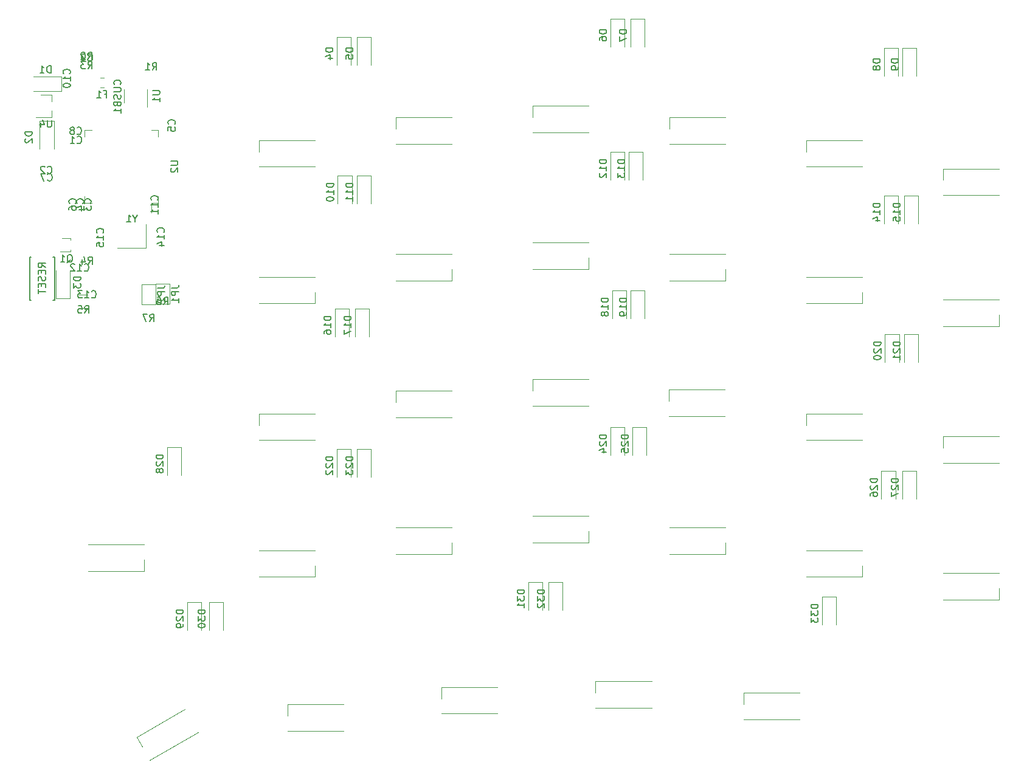
<source format=gbr>
G04 #@! TF.GenerationSoftware,KiCad,Pcbnew,5.1.5+dfsg1-2build2*
G04 #@! TF.CreationDate,2021-01-09T21:52:19+00:00*
G04 #@! TF.ProjectId,cynaroides,63796e61-726f-4696-9465-732e6b696361,rev?*
G04 #@! TF.SameCoordinates,Original*
G04 #@! TF.FileFunction,Legend,Bot*
G04 #@! TF.FilePolarity,Positive*
%FSLAX46Y46*%
G04 Gerber Fmt 4.6, Leading zero omitted, Abs format (unit mm)*
G04 Created by KiCad (PCBNEW 5.1.5+dfsg1-2build2) date 2021-01-09 21:52:19*
%MOMM*%
%LPD*%
G04 APERTURE LIST*
%ADD10C,0.120000*%
%ADD11C,0.150000*%
G04 APERTURE END LIST*
D10*
X47285400Y-39125600D02*
X47285400Y-43025600D01*
X49285400Y-39125600D02*
X49285400Y-43025600D01*
X47285400Y-39125600D02*
X49285400Y-39125600D01*
X51564000Y-55428000D02*
X50404000Y-55428000D01*
X51564000Y-57348000D02*
X50154000Y-57348000D01*
X51564000Y-57348000D02*
X51564000Y-57038000D01*
X51564000Y-55428000D02*
X51564000Y-55738000D01*
X77856250Y-43406250D02*
X77856250Y-41806250D01*
X85656250Y-45506250D02*
X77856250Y-45506250D01*
X77856250Y-41806250D02*
X85656250Y-41806250D01*
X96906250Y-40231250D02*
X96906250Y-38631250D01*
X104706250Y-42331250D02*
X96906250Y-42331250D01*
X96906250Y-38631250D02*
X104706250Y-38631250D01*
X115956250Y-38643750D02*
X115956250Y-37043750D01*
X123756250Y-40743750D02*
X115956250Y-40743750D01*
X115956250Y-37043750D02*
X123756250Y-37043750D01*
X135006250Y-40231250D02*
X135006250Y-38631250D01*
X142806250Y-42331250D02*
X135006250Y-42331250D01*
X135006250Y-38631250D02*
X142806250Y-38631250D01*
X154056250Y-43406250D02*
X154056250Y-41806250D01*
X161856250Y-45506250D02*
X154056250Y-45506250D01*
X154056250Y-41806250D02*
X161856250Y-41806250D01*
X173106250Y-47375000D02*
X173106250Y-45775000D01*
X180906250Y-49475000D02*
X173106250Y-49475000D01*
X173106250Y-45775000D02*
X180906250Y-45775000D01*
X180906250Y-66131250D02*
X180906250Y-67731250D01*
X173106250Y-64031250D02*
X180906250Y-64031250D01*
X180906250Y-67731250D02*
X173106250Y-67731250D01*
X161856250Y-62956250D02*
X161856250Y-64556250D01*
X154056250Y-60856250D02*
X161856250Y-60856250D01*
X161856250Y-64556250D02*
X154056250Y-64556250D01*
X142806250Y-59781250D02*
X142806250Y-61381250D01*
X135006250Y-57681250D02*
X142806250Y-57681250D01*
X142806250Y-61381250D02*
X135006250Y-61381250D01*
X123756250Y-58193750D02*
X123756250Y-59793750D01*
X115956250Y-56093750D02*
X123756250Y-56093750D01*
X123756250Y-59793750D02*
X115956250Y-59793750D01*
X104706250Y-59781250D02*
X104706250Y-61381250D01*
X96906250Y-57681250D02*
X104706250Y-57681250D01*
X104706250Y-61381250D02*
X96906250Y-61381250D01*
X85656250Y-62956250D02*
X85656250Y-64556250D01*
X77856250Y-60856250D02*
X85656250Y-60856250D01*
X85656250Y-64556250D02*
X77856250Y-64556250D01*
X77856250Y-81506250D02*
X77856250Y-79906250D01*
X85656250Y-83606250D02*
X77856250Y-83606250D01*
X77856250Y-79906250D02*
X85656250Y-79906250D01*
X96906250Y-78331250D02*
X96906250Y-76731250D01*
X104706250Y-80431250D02*
X96906250Y-80431250D01*
X96906250Y-76731250D02*
X104706250Y-76731250D01*
X115956250Y-76743750D02*
X115956250Y-75143750D01*
X123756250Y-78843750D02*
X115956250Y-78843750D01*
X115956250Y-75143750D02*
X123756250Y-75143750D01*
X134911000Y-78159800D02*
X134911000Y-76559800D01*
X142711000Y-80259800D02*
X134911000Y-80259800D01*
X134911000Y-76559800D02*
X142711000Y-76559800D01*
X154056250Y-81506250D02*
X154056250Y-79906250D01*
X161856250Y-83606250D02*
X154056250Y-83606250D01*
X154056250Y-79906250D02*
X161856250Y-79906250D01*
X173106250Y-84681250D02*
X173106250Y-83081250D01*
X180906250Y-86781250D02*
X173106250Y-86781250D01*
X173106250Y-83081250D02*
X180906250Y-83081250D01*
X180906250Y-104231250D02*
X180906250Y-105831250D01*
X173106250Y-102131250D02*
X180906250Y-102131250D01*
X180906250Y-105831250D02*
X173106250Y-105831250D01*
X161856250Y-101056250D02*
X161856250Y-102656250D01*
X154056250Y-98956250D02*
X161856250Y-98956250D01*
X161856250Y-102656250D02*
X154056250Y-102656250D01*
X142806250Y-97881250D02*
X142806250Y-99481250D01*
X135006250Y-95781250D02*
X142806250Y-95781250D01*
X142806250Y-99481250D02*
X135006250Y-99481250D01*
X123756250Y-96293750D02*
X123756250Y-97893750D01*
X115956250Y-94193750D02*
X123756250Y-94193750D01*
X123756250Y-97893750D02*
X115956250Y-97893750D01*
X104706250Y-97881250D02*
X104706250Y-99481250D01*
X96906250Y-95781250D02*
X104706250Y-95781250D01*
X104706250Y-99481250D02*
X96906250Y-99481250D01*
X85656250Y-101056250D02*
X85656250Y-102656250D01*
X77856250Y-98956250D02*
X85656250Y-98956250D01*
X85656250Y-102656250D02*
X77856250Y-102656250D01*
X61843750Y-100262500D02*
X61843750Y-101862500D01*
X54043750Y-98162500D02*
X61843750Y-98162500D01*
X61843750Y-101862500D02*
X54043750Y-101862500D01*
X61585001Y-126352244D02*
X60785001Y-124966603D01*
X69389999Y-124270897D02*
X62635001Y-128170897D01*
X60785001Y-124966603D02*
X67539999Y-121066603D01*
X81825000Y-121987500D02*
X81825000Y-120387500D01*
X89625000Y-124087500D02*
X81825000Y-124087500D01*
X81825000Y-120387500D02*
X89625000Y-120387500D01*
X103256250Y-119606250D02*
X103256250Y-118006250D01*
X111056250Y-121706250D02*
X103256250Y-121706250D01*
X103256250Y-118006250D02*
X111056250Y-118006250D01*
X124687500Y-118812500D02*
X124687500Y-117212500D01*
X132487500Y-120912500D02*
X124687500Y-120912500D01*
X124687500Y-117212500D02*
X132487500Y-117212500D01*
X145325000Y-120400000D02*
X145325000Y-118800000D01*
X153125000Y-122500000D02*
X145325000Y-122500000D01*
X145325000Y-118800000D02*
X153125000Y-118800000D01*
X52791736Y-63352000D02*
X53995864Y-63352000D01*
X52791736Y-65172000D02*
X53995864Y-65172000D01*
X63458600Y-64656400D02*
X63458600Y-61856400D01*
X63458600Y-61856400D02*
X61458600Y-61856400D01*
X61458600Y-61856400D02*
X61458600Y-64656400D01*
X61458600Y-64656400D02*
X63458600Y-64656400D01*
X65414400Y-64635600D02*
X65414400Y-61835600D01*
X65414400Y-61835600D02*
X63414400Y-61835600D01*
X63414400Y-61835600D02*
X63414400Y-64635600D01*
X63414400Y-64635600D02*
X65414400Y-64635600D01*
X88756250Y-46772000D02*
X88756250Y-50672000D01*
X90756250Y-46772000D02*
X90756250Y-50672000D01*
X88756250Y-46772000D02*
X90756250Y-46772000D01*
X129302000Y-43470000D02*
X129302000Y-47370000D01*
X131302000Y-43470000D02*
X131302000Y-47370000D01*
X129302000Y-43470000D02*
X131302000Y-43470000D01*
X91456000Y-27468000D02*
X91456000Y-31368000D01*
X93456000Y-27468000D02*
X93456000Y-31368000D01*
X91456000Y-27468000D02*
X93456000Y-27468000D01*
X70882000Y-106208000D02*
X70882000Y-110108000D01*
X72882000Y-106208000D02*
X72882000Y-110108000D01*
X70882000Y-106208000D02*
X72882000Y-106208000D01*
X129810000Y-81824000D02*
X129810000Y-85724000D01*
X131810000Y-81824000D02*
X131810000Y-85724000D01*
X129810000Y-81824000D02*
X131810000Y-81824000D01*
X164862000Y-28992000D02*
X164862000Y-32892000D01*
X166862000Y-28992000D02*
X166862000Y-32892000D01*
X164862000Y-28992000D02*
X166862000Y-28992000D01*
X164956250Y-68870000D02*
X164956250Y-72770000D01*
X166956250Y-68870000D02*
X166956250Y-72770000D01*
X164956250Y-68870000D02*
X166956250Y-68870000D01*
X164481000Y-87920000D02*
X164481000Y-91820000D01*
X166481000Y-87920000D02*
X166481000Y-91820000D01*
X164481000Y-87920000D02*
X166481000Y-87920000D01*
X91202000Y-65314000D02*
X91202000Y-69214000D01*
X93202000Y-65314000D02*
X93202000Y-69214000D01*
X91202000Y-65314000D02*
X93202000Y-65314000D01*
X88662000Y-27468000D02*
X88662000Y-31368000D01*
X90662000Y-27468000D02*
X90662000Y-31368000D01*
X88662000Y-27468000D02*
X90662000Y-27468000D01*
X164862000Y-49566000D02*
X164862000Y-53466000D01*
X166862000Y-49566000D02*
X166862000Y-53466000D01*
X164862000Y-49566000D02*
X166862000Y-49566000D01*
X127016000Y-62774000D02*
X127016000Y-66674000D01*
X129016000Y-62774000D02*
X129016000Y-66674000D01*
X127016000Y-62774000D02*
X129016000Y-62774000D01*
X129556000Y-62774000D02*
X129556000Y-66674000D01*
X131556000Y-62774000D02*
X131556000Y-66674000D01*
X129556000Y-62774000D02*
X131556000Y-62774000D01*
X91456000Y-84872000D02*
X91456000Y-88772000D01*
X93456000Y-84872000D02*
X93456000Y-88772000D01*
X91456000Y-84872000D02*
X93456000Y-84872000D01*
X126762000Y-81824000D02*
X126762000Y-85724000D01*
X128762000Y-81824000D02*
X128762000Y-85724000D01*
X126762000Y-81824000D02*
X128762000Y-81824000D01*
X91456000Y-46772000D02*
X91456000Y-50672000D01*
X93456000Y-46772000D02*
X93456000Y-50672000D01*
X91456000Y-46772000D02*
X93456000Y-46772000D01*
X126762000Y-43470000D02*
X126762000Y-47370000D01*
X128762000Y-43470000D02*
X128762000Y-47370000D01*
X126762000Y-43470000D02*
X128762000Y-43470000D01*
X115332000Y-103414000D02*
X115332000Y-107314000D01*
X117332000Y-103414000D02*
X117332000Y-107314000D01*
X115332000Y-103414000D02*
X117332000Y-103414000D01*
X118126000Y-103414000D02*
X118126000Y-107314000D01*
X120126000Y-103414000D02*
X120126000Y-107314000D01*
X118126000Y-103414000D02*
X120126000Y-103414000D01*
X156226000Y-105446000D02*
X156226000Y-109346000D01*
X158226000Y-105446000D02*
X158226000Y-109346000D01*
X156226000Y-105446000D02*
X158226000Y-105446000D01*
X88408000Y-65314000D02*
X88408000Y-69214000D01*
X90408000Y-65314000D02*
X90408000Y-69214000D01*
X88408000Y-65314000D02*
X90408000Y-65314000D01*
X167402000Y-28992000D02*
X167402000Y-32892000D01*
X169402000Y-28992000D02*
X169402000Y-32892000D01*
X167402000Y-28992000D02*
X169402000Y-28992000D01*
X88662000Y-84872000D02*
X88662000Y-88772000D01*
X90662000Y-84872000D02*
X90662000Y-88772000D01*
X88662000Y-84872000D02*
X90662000Y-84872000D01*
X62114000Y-56856000D02*
X58114000Y-56856000D01*
X62114000Y-53556000D02*
X62114000Y-56856000D01*
D11*
X45875000Y-58118750D02*
X46125000Y-58118750D01*
X45875000Y-64118750D02*
X45875000Y-58118750D01*
X46125000Y-64118750D02*
X45875000Y-64118750D01*
X49375000Y-64118750D02*
X49125000Y-64118750D01*
X49375000Y-58118750D02*
X49375000Y-64118750D01*
X49125000Y-58118750D02*
X49375000Y-58118750D01*
D10*
X48927800Y-35468400D02*
X47467800Y-35468400D01*
X48927800Y-38628400D02*
X46767800Y-38628400D01*
X48927800Y-38628400D02*
X48927800Y-37698400D01*
X48927800Y-35468400D02*
X48927800Y-36398400D01*
X55699922Y-33072000D02*
X56217078Y-33072000D01*
X55699922Y-34492000D02*
X56217078Y-34492000D01*
X67834000Y-106208000D02*
X67834000Y-110108000D01*
X69834000Y-106208000D02*
X69834000Y-110108000D01*
X67834000Y-106208000D02*
X69834000Y-106208000D01*
X65040000Y-84618000D02*
X65040000Y-88518000D01*
X67040000Y-84618000D02*
X67040000Y-88518000D01*
X65040000Y-84618000D02*
X67040000Y-84618000D01*
X167402000Y-87920000D02*
X167402000Y-91820000D01*
X169402000Y-87920000D02*
X169402000Y-91820000D01*
X167402000Y-87920000D02*
X169402000Y-87920000D01*
X167656000Y-68870000D02*
X167656000Y-72770000D01*
X169656000Y-68870000D02*
X169656000Y-72770000D01*
X167656000Y-68870000D02*
X169656000Y-68870000D01*
X167656000Y-49566000D02*
X167656000Y-53466000D01*
X169656000Y-49566000D02*
X169656000Y-53466000D01*
X167656000Y-49566000D02*
X169656000Y-49566000D01*
X129556000Y-24928000D02*
X129556000Y-28828000D01*
X131556000Y-24928000D02*
X131556000Y-28828000D01*
X129556000Y-24928000D02*
X131556000Y-24928000D01*
X126762000Y-24928000D02*
X126762000Y-28828000D01*
X128762000Y-24928000D02*
X128762000Y-28828000D01*
X126762000Y-24928000D02*
X128762000Y-24928000D01*
X51546000Y-63846000D02*
X51546000Y-59946000D01*
X49546000Y-63846000D02*
X49546000Y-59946000D01*
X51546000Y-63846000D02*
X49546000Y-63846000D01*
X50357600Y-32959800D02*
X46457600Y-32959800D01*
X50357600Y-34959800D02*
X46457600Y-34959800D01*
X50357600Y-32959800D02*
X50357600Y-34959800D01*
X62834000Y-50576000D02*
X62834000Y-51916000D01*
X63784000Y-50576000D02*
X62834000Y-50576000D01*
X63784000Y-49626000D02*
X63784000Y-50576000D01*
X63784000Y-40356000D02*
X62834000Y-40356000D01*
X63784000Y-41306000D02*
X63784000Y-40356000D01*
X53564000Y-50576000D02*
X54514000Y-50576000D01*
X53564000Y-49626000D02*
X53564000Y-50576000D01*
X53564000Y-40356000D02*
X54514000Y-40356000D01*
X53564000Y-41306000D02*
X53564000Y-40356000D01*
X62250000Y-34744000D02*
X62250000Y-37194000D01*
X59030000Y-36544000D02*
X59030000Y-34744000D01*
D11*
X46237780Y-40637504D02*
X45237780Y-40637504D01*
X45237780Y-40875600D01*
X45285400Y-41018457D01*
X45380638Y-41113695D01*
X45475876Y-41161314D01*
X45666352Y-41208933D01*
X45809209Y-41208933D01*
X45999685Y-41161314D01*
X46094923Y-41113695D01*
X46190161Y-41018457D01*
X46237780Y-40875600D01*
X46237780Y-40637504D01*
X45333019Y-41589885D02*
X45285400Y-41637504D01*
X45237780Y-41732742D01*
X45237780Y-41970838D01*
X45285400Y-42066076D01*
X45333019Y-42113695D01*
X45428257Y-42161314D01*
X45523495Y-42161314D01*
X45666352Y-42113695D01*
X46237780Y-41542266D01*
X46237780Y-42161314D01*
X51099238Y-58885619D02*
X51194476Y-58838000D01*
X51289714Y-58742761D01*
X51432571Y-58599904D01*
X51527809Y-58552285D01*
X51623047Y-58552285D01*
X51575428Y-58790380D02*
X51670666Y-58742761D01*
X51765904Y-58647523D01*
X51813523Y-58457047D01*
X51813523Y-58123714D01*
X51765904Y-57933238D01*
X51670666Y-57838000D01*
X51575428Y-57790380D01*
X51384952Y-57790380D01*
X51289714Y-57838000D01*
X51194476Y-57933238D01*
X51146857Y-58123714D01*
X51146857Y-58457047D01*
X51194476Y-58647523D01*
X51289714Y-58742761D01*
X51384952Y-58790380D01*
X51575428Y-58790380D01*
X50194476Y-58790380D02*
X50765904Y-58790380D01*
X50480190Y-58790380D02*
X50480190Y-57790380D01*
X50575428Y-57933238D01*
X50670666Y-58028476D01*
X50765904Y-58076095D01*
X54513857Y-63680942D02*
X54561476Y-63728561D01*
X54704333Y-63776180D01*
X54799571Y-63776180D01*
X54942428Y-63728561D01*
X55037666Y-63633323D01*
X55085285Y-63538085D01*
X55132904Y-63347609D01*
X55132904Y-63204752D01*
X55085285Y-63014276D01*
X55037666Y-62919038D01*
X54942428Y-62823800D01*
X54799571Y-62776180D01*
X54704333Y-62776180D01*
X54561476Y-62823800D01*
X54513857Y-62871419D01*
X53561476Y-63776180D02*
X54132904Y-63776180D01*
X53847190Y-63776180D02*
X53847190Y-62776180D01*
X53942428Y-62919038D01*
X54037666Y-63014276D01*
X54132904Y-63061895D01*
X53228142Y-62776180D02*
X52609095Y-62776180D01*
X52942428Y-63157133D01*
X52799571Y-63157133D01*
X52704333Y-63204752D01*
X52656714Y-63252371D01*
X52609095Y-63347609D01*
X52609095Y-63585704D01*
X52656714Y-63680942D01*
X52704333Y-63728561D01*
X52799571Y-63776180D01*
X53085285Y-63776180D01*
X53180523Y-63728561D01*
X53228142Y-63680942D01*
X53560466Y-65884380D02*
X53893800Y-65408190D01*
X54131895Y-65884380D02*
X54131895Y-64884380D01*
X53750942Y-64884380D01*
X53655704Y-64932000D01*
X53608085Y-64979619D01*
X53560466Y-65074857D01*
X53560466Y-65217714D01*
X53608085Y-65312952D01*
X53655704Y-65360571D01*
X53750942Y-65408190D01*
X54131895Y-65408190D01*
X52655704Y-64884380D02*
X53131895Y-64884380D01*
X53179514Y-65360571D01*
X53131895Y-65312952D01*
X53036657Y-65265333D01*
X52798561Y-65265333D01*
X52703323Y-65312952D01*
X52655704Y-65360571D01*
X52608085Y-65455809D01*
X52608085Y-65693904D01*
X52655704Y-65789142D01*
X52703323Y-65836761D01*
X52798561Y-65884380D01*
X53036657Y-65884380D01*
X53131895Y-65836761D01*
X53179514Y-65789142D01*
X63710980Y-62423066D02*
X64425266Y-62423066D01*
X64568123Y-62375447D01*
X64663361Y-62280209D01*
X64710980Y-62137352D01*
X64710980Y-62042114D01*
X64710980Y-62899257D02*
X63710980Y-62899257D01*
X63710980Y-63280209D01*
X63758600Y-63375447D01*
X63806219Y-63423066D01*
X63901457Y-63470685D01*
X64044314Y-63470685D01*
X64139552Y-63423066D01*
X64187171Y-63375447D01*
X64234790Y-63280209D01*
X64234790Y-62899257D01*
X63806219Y-63851638D02*
X63758600Y-63899257D01*
X63710980Y-63994495D01*
X63710980Y-64232590D01*
X63758600Y-64327828D01*
X63806219Y-64375447D01*
X63901457Y-64423066D01*
X63996695Y-64423066D01*
X64139552Y-64375447D01*
X64710980Y-63804019D01*
X64710980Y-64423066D01*
X65666780Y-62402266D02*
X66381066Y-62402266D01*
X66523923Y-62354647D01*
X66619161Y-62259409D01*
X66666780Y-62116552D01*
X66666780Y-62021314D01*
X66666780Y-62878457D02*
X65666780Y-62878457D01*
X65666780Y-63259409D01*
X65714400Y-63354647D01*
X65762019Y-63402266D01*
X65857257Y-63449885D01*
X66000114Y-63449885D01*
X66095352Y-63402266D01*
X66142971Y-63354647D01*
X66190590Y-63259409D01*
X66190590Y-62878457D01*
X66666780Y-64402266D02*
X66666780Y-63830838D01*
X66666780Y-64116552D02*
X65666780Y-64116552D01*
X65809638Y-64021314D01*
X65904876Y-63926076D01*
X65952495Y-63830838D01*
X62627666Y-67052780D02*
X62961000Y-66576590D01*
X63199095Y-67052780D02*
X63199095Y-66052780D01*
X62818142Y-66052780D01*
X62722904Y-66100400D01*
X62675285Y-66148019D01*
X62627666Y-66243257D01*
X62627666Y-66386114D01*
X62675285Y-66481352D01*
X62722904Y-66528971D01*
X62818142Y-66576590D01*
X63199095Y-66576590D01*
X62294333Y-66052780D02*
X61627666Y-66052780D01*
X62056238Y-67052780D01*
X64581066Y-64712780D02*
X64914400Y-64236590D01*
X65152495Y-64712780D02*
X65152495Y-63712780D01*
X64771542Y-63712780D01*
X64676304Y-63760400D01*
X64628685Y-63808019D01*
X64581066Y-63903257D01*
X64581066Y-64046114D01*
X64628685Y-64141352D01*
X64676304Y-64188971D01*
X64771542Y-64236590D01*
X65152495Y-64236590D01*
X63723923Y-63712780D02*
X63914400Y-63712780D01*
X64009638Y-63760400D01*
X64057257Y-63808019D01*
X64152495Y-63950876D01*
X64200114Y-64141352D01*
X64200114Y-64522304D01*
X64152495Y-64617542D01*
X64104876Y-64665161D01*
X64009638Y-64712780D01*
X63819161Y-64712780D01*
X63723923Y-64665161D01*
X63676304Y-64617542D01*
X63628685Y-64522304D01*
X63628685Y-64284209D01*
X63676304Y-64188971D01*
X63723923Y-64141352D01*
X63819161Y-64093733D01*
X64009638Y-64093733D01*
X64104876Y-64141352D01*
X64152495Y-64188971D01*
X64200114Y-64284209D01*
X88208630Y-47807714D02*
X87208630Y-47807714D01*
X87208630Y-48045809D01*
X87256250Y-48188666D01*
X87351488Y-48283904D01*
X87446726Y-48331523D01*
X87637202Y-48379142D01*
X87780059Y-48379142D01*
X87970535Y-48331523D01*
X88065773Y-48283904D01*
X88161011Y-48188666D01*
X88208630Y-48045809D01*
X88208630Y-47807714D01*
X88208630Y-49331523D02*
X88208630Y-48760095D01*
X88208630Y-49045809D02*
X87208630Y-49045809D01*
X87351488Y-48950571D01*
X87446726Y-48855333D01*
X87494345Y-48760095D01*
X87208630Y-49950571D02*
X87208630Y-50045809D01*
X87256250Y-50141047D01*
X87303869Y-50188666D01*
X87399107Y-50236285D01*
X87589583Y-50283904D01*
X87827678Y-50283904D01*
X88018154Y-50236285D01*
X88113392Y-50188666D01*
X88161011Y-50141047D01*
X88208630Y-50045809D01*
X88208630Y-49950571D01*
X88161011Y-49855333D01*
X88113392Y-49807714D01*
X88018154Y-49760095D01*
X87827678Y-49712476D01*
X87589583Y-49712476D01*
X87399107Y-49760095D01*
X87303869Y-49807714D01*
X87256250Y-49855333D01*
X87208630Y-49950571D01*
X128754380Y-44505714D02*
X127754380Y-44505714D01*
X127754380Y-44743809D01*
X127802000Y-44886666D01*
X127897238Y-44981904D01*
X127992476Y-45029523D01*
X128182952Y-45077142D01*
X128325809Y-45077142D01*
X128516285Y-45029523D01*
X128611523Y-44981904D01*
X128706761Y-44886666D01*
X128754380Y-44743809D01*
X128754380Y-44505714D01*
X128754380Y-46029523D02*
X128754380Y-45458095D01*
X128754380Y-45743809D02*
X127754380Y-45743809D01*
X127897238Y-45648571D01*
X127992476Y-45553333D01*
X128040095Y-45458095D01*
X127754380Y-46362857D02*
X127754380Y-46981904D01*
X128135333Y-46648571D01*
X128135333Y-46791428D01*
X128182952Y-46886666D01*
X128230571Y-46934285D01*
X128325809Y-46981904D01*
X128563904Y-46981904D01*
X128659142Y-46934285D01*
X128706761Y-46886666D01*
X128754380Y-46791428D01*
X128754380Y-46505714D01*
X128706761Y-46410476D01*
X128659142Y-46362857D01*
X90908380Y-28979904D02*
X89908380Y-28979904D01*
X89908380Y-29218000D01*
X89956000Y-29360857D01*
X90051238Y-29456095D01*
X90146476Y-29503714D01*
X90336952Y-29551333D01*
X90479809Y-29551333D01*
X90670285Y-29503714D01*
X90765523Y-29456095D01*
X90860761Y-29360857D01*
X90908380Y-29218000D01*
X90908380Y-28979904D01*
X89908380Y-30456095D02*
X89908380Y-29979904D01*
X90384571Y-29932285D01*
X90336952Y-29979904D01*
X90289333Y-30075142D01*
X90289333Y-30313238D01*
X90336952Y-30408476D01*
X90384571Y-30456095D01*
X90479809Y-30503714D01*
X90717904Y-30503714D01*
X90813142Y-30456095D01*
X90860761Y-30408476D01*
X90908380Y-30313238D01*
X90908380Y-30075142D01*
X90860761Y-29979904D01*
X90813142Y-29932285D01*
X70334380Y-107243714D02*
X69334380Y-107243714D01*
X69334380Y-107481809D01*
X69382000Y-107624666D01*
X69477238Y-107719904D01*
X69572476Y-107767523D01*
X69762952Y-107815142D01*
X69905809Y-107815142D01*
X70096285Y-107767523D01*
X70191523Y-107719904D01*
X70286761Y-107624666D01*
X70334380Y-107481809D01*
X70334380Y-107243714D01*
X69334380Y-108148476D02*
X69334380Y-108767523D01*
X69715333Y-108434190D01*
X69715333Y-108577047D01*
X69762952Y-108672285D01*
X69810571Y-108719904D01*
X69905809Y-108767523D01*
X70143904Y-108767523D01*
X70239142Y-108719904D01*
X70286761Y-108672285D01*
X70334380Y-108577047D01*
X70334380Y-108291333D01*
X70286761Y-108196095D01*
X70239142Y-108148476D01*
X69334380Y-109386571D02*
X69334380Y-109481809D01*
X69382000Y-109577047D01*
X69429619Y-109624666D01*
X69524857Y-109672285D01*
X69715333Y-109719904D01*
X69953428Y-109719904D01*
X70143904Y-109672285D01*
X70239142Y-109624666D01*
X70286761Y-109577047D01*
X70334380Y-109481809D01*
X70334380Y-109386571D01*
X70286761Y-109291333D01*
X70239142Y-109243714D01*
X70143904Y-109196095D01*
X69953428Y-109148476D01*
X69715333Y-109148476D01*
X69524857Y-109196095D01*
X69429619Y-109243714D01*
X69382000Y-109291333D01*
X69334380Y-109386571D01*
X129262380Y-82859714D02*
X128262380Y-82859714D01*
X128262380Y-83097809D01*
X128310000Y-83240666D01*
X128405238Y-83335904D01*
X128500476Y-83383523D01*
X128690952Y-83431142D01*
X128833809Y-83431142D01*
X129024285Y-83383523D01*
X129119523Y-83335904D01*
X129214761Y-83240666D01*
X129262380Y-83097809D01*
X129262380Y-82859714D01*
X128357619Y-83812095D02*
X128310000Y-83859714D01*
X128262380Y-83954952D01*
X128262380Y-84193047D01*
X128310000Y-84288285D01*
X128357619Y-84335904D01*
X128452857Y-84383523D01*
X128548095Y-84383523D01*
X128690952Y-84335904D01*
X129262380Y-83764476D01*
X129262380Y-84383523D01*
X128262380Y-85288285D02*
X128262380Y-84812095D01*
X128738571Y-84764476D01*
X128690952Y-84812095D01*
X128643333Y-84907333D01*
X128643333Y-85145428D01*
X128690952Y-85240666D01*
X128738571Y-85288285D01*
X128833809Y-85335904D01*
X129071904Y-85335904D01*
X129167142Y-85288285D01*
X129214761Y-85240666D01*
X129262380Y-85145428D01*
X129262380Y-84907333D01*
X129214761Y-84812095D01*
X129167142Y-84764476D01*
X164314380Y-30503904D02*
X163314380Y-30503904D01*
X163314380Y-30742000D01*
X163362000Y-30884857D01*
X163457238Y-30980095D01*
X163552476Y-31027714D01*
X163742952Y-31075333D01*
X163885809Y-31075333D01*
X164076285Y-31027714D01*
X164171523Y-30980095D01*
X164266761Y-30884857D01*
X164314380Y-30742000D01*
X164314380Y-30503904D01*
X163742952Y-31646761D02*
X163695333Y-31551523D01*
X163647714Y-31503904D01*
X163552476Y-31456285D01*
X163504857Y-31456285D01*
X163409619Y-31503904D01*
X163362000Y-31551523D01*
X163314380Y-31646761D01*
X163314380Y-31837238D01*
X163362000Y-31932476D01*
X163409619Y-31980095D01*
X163504857Y-32027714D01*
X163552476Y-32027714D01*
X163647714Y-31980095D01*
X163695333Y-31932476D01*
X163742952Y-31837238D01*
X163742952Y-31646761D01*
X163790571Y-31551523D01*
X163838190Y-31503904D01*
X163933428Y-31456285D01*
X164123904Y-31456285D01*
X164219142Y-31503904D01*
X164266761Y-31551523D01*
X164314380Y-31646761D01*
X164314380Y-31837238D01*
X164266761Y-31932476D01*
X164219142Y-31980095D01*
X164123904Y-32027714D01*
X163933428Y-32027714D01*
X163838190Y-31980095D01*
X163790571Y-31932476D01*
X163742952Y-31837238D01*
X164408630Y-69905714D02*
X163408630Y-69905714D01*
X163408630Y-70143809D01*
X163456250Y-70286666D01*
X163551488Y-70381904D01*
X163646726Y-70429523D01*
X163837202Y-70477142D01*
X163980059Y-70477142D01*
X164170535Y-70429523D01*
X164265773Y-70381904D01*
X164361011Y-70286666D01*
X164408630Y-70143809D01*
X164408630Y-69905714D01*
X163503869Y-70858095D02*
X163456250Y-70905714D01*
X163408630Y-71000952D01*
X163408630Y-71239047D01*
X163456250Y-71334285D01*
X163503869Y-71381904D01*
X163599107Y-71429523D01*
X163694345Y-71429523D01*
X163837202Y-71381904D01*
X164408630Y-70810476D01*
X164408630Y-71429523D01*
X163408630Y-72048571D02*
X163408630Y-72143809D01*
X163456250Y-72239047D01*
X163503869Y-72286666D01*
X163599107Y-72334285D01*
X163789583Y-72381904D01*
X164027678Y-72381904D01*
X164218154Y-72334285D01*
X164313392Y-72286666D01*
X164361011Y-72239047D01*
X164408630Y-72143809D01*
X164408630Y-72048571D01*
X164361011Y-71953333D01*
X164313392Y-71905714D01*
X164218154Y-71858095D01*
X164027678Y-71810476D01*
X163789583Y-71810476D01*
X163599107Y-71858095D01*
X163503869Y-71905714D01*
X163456250Y-71953333D01*
X163408630Y-72048571D01*
X163933380Y-88955714D02*
X162933380Y-88955714D01*
X162933380Y-89193809D01*
X162981000Y-89336666D01*
X163076238Y-89431904D01*
X163171476Y-89479523D01*
X163361952Y-89527142D01*
X163504809Y-89527142D01*
X163695285Y-89479523D01*
X163790523Y-89431904D01*
X163885761Y-89336666D01*
X163933380Y-89193809D01*
X163933380Y-88955714D01*
X163028619Y-89908095D02*
X162981000Y-89955714D01*
X162933380Y-90050952D01*
X162933380Y-90289047D01*
X162981000Y-90384285D01*
X163028619Y-90431904D01*
X163123857Y-90479523D01*
X163219095Y-90479523D01*
X163361952Y-90431904D01*
X163933380Y-89860476D01*
X163933380Y-90479523D01*
X162933380Y-91336666D02*
X162933380Y-91146190D01*
X162981000Y-91050952D01*
X163028619Y-91003333D01*
X163171476Y-90908095D01*
X163361952Y-90860476D01*
X163742904Y-90860476D01*
X163838142Y-90908095D01*
X163885761Y-90955714D01*
X163933380Y-91050952D01*
X163933380Y-91241428D01*
X163885761Y-91336666D01*
X163838142Y-91384285D01*
X163742904Y-91431904D01*
X163504809Y-91431904D01*
X163409571Y-91384285D01*
X163361952Y-91336666D01*
X163314333Y-91241428D01*
X163314333Y-91050952D01*
X163361952Y-90955714D01*
X163409571Y-90908095D01*
X163504809Y-90860476D01*
X90654380Y-66349714D02*
X89654380Y-66349714D01*
X89654380Y-66587809D01*
X89702000Y-66730666D01*
X89797238Y-66825904D01*
X89892476Y-66873523D01*
X90082952Y-66921142D01*
X90225809Y-66921142D01*
X90416285Y-66873523D01*
X90511523Y-66825904D01*
X90606761Y-66730666D01*
X90654380Y-66587809D01*
X90654380Y-66349714D01*
X90654380Y-67873523D02*
X90654380Y-67302095D01*
X90654380Y-67587809D02*
X89654380Y-67587809D01*
X89797238Y-67492571D01*
X89892476Y-67397333D01*
X89940095Y-67302095D01*
X89654380Y-68206857D02*
X89654380Y-68873523D01*
X90654380Y-68444952D01*
X88114380Y-28979904D02*
X87114380Y-28979904D01*
X87114380Y-29218000D01*
X87162000Y-29360857D01*
X87257238Y-29456095D01*
X87352476Y-29503714D01*
X87542952Y-29551333D01*
X87685809Y-29551333D01*
X87876285Y-29503714D01*
X87971523Y-29456095D01*
X88066761Y-29360857D01*
X88114380Y-29218000D01*
X88114380Y-28979904D01*
X87447714Y-30408476D02*
X88114380Y-30408476D01*
X87066761Y-30170380D02*
X87781047Y-29932285D01*
X87781047Y-30551333D01*
X164314380Y-50601714D02*
X163314380Y-50601714D01*
X163314380Y-50839809D01*
X163362000Y-50982666D01*
X163457238Y-51077904D01*
X163552476Y-51125523D01*
X163742952Y-51173142D01*
X163885809Y-51173142D01*
X164076285Y-51125523D01*
X164171523Y-51077904D01*
X164266761Y-50982666D01*
X164314380Y-50839809D01*
X164314380Y-50601714D01*
X164314380Y-52125523D02*
X164314380Y-51554095D01*
X164314380Y-51839809D02*
X163314380Y-51839809D01*
X163457238Y-51744571D01*
X163552476Y-51649333D01*
X163600095Y-51554095D01*
X163647714Y-52982666D02*
X164314380Y-52982666D01*
X163266761Y-52744571D02*
X163981047Y-52506476D01*
X163981047Y-53125523D01*
X126468380Y-63809714D02*
X125468380Y-63809714D01*
X125468380Y-64047809D01*
X125516000Y-64190666D01*
X125611238Y-64285904D01*
X125706476Y-64333523D01*
X125896952Y-64381142D01*
X126039809Y-64381142D01*
X126230285Y-64333523D01*
X126325523Y-64285904D01*
X126420761Y-64190666D01*
X126468380Y-64047809D01*
X126468380Y-63809714D01*
X126468380Y-65333523D02*
X126468380Y-64762095D01*
X126468380Y-65047809D02*
X125468380Y-65047809D01*
X125611238Y-64952571D01*
X125706476Y-64857333D01*
X125754095Y-64762095D01*
X125896952Y-65904952D02*
X125849333Y-65809714D01*
X125801714Y-65762095D01*
X125706476Y-65714476D01*
X125658857Y-65714476D01*
X125563619Y-65762095D01*
X125516000Y-65809714D01*
X125468380Y-65904952D01*
X125468380Y-66095428D01*
X125516000Y-66190666D01*
X125563619Y-66238285D01*
X125658857Y-66285904D01*
X125706476Y-66285904D01*
X125801714Y-66238285D01*
X125849333Y-66190666D01*
X125896952Y-66095428D01*
X125896952Y-65904952D01*
X125944571Y-65809714D01*
X125992190Y-65762095D01*
X126087428Y-65714476D01*
X126277904Y-65714476D01*
X126373142Y-65762095D01*
X126420761Y-65809714D01*
X126468380Y-65904952D01*
X126468380Y-66095428D01*
X126420761Y-66190666D01*
X126373142Y-66238285D01*
X126277904Y-66285904D01*
X126087428Y-66285904D01*
X125992190Y-66238285D01*
X125944571Y-66190666D01*
X125896952Y-66095428D01*
X129008380Y-63809714D02*
X128008380Y-63809714D01*
X128008380Y-64047809D01*
X128056000Y-64190666D01*
X128151238Y-64285904D01*
X128246476Y-64333523D01*
X128436952Y-64381142D01*
X128579809Y-64381142D01*
X128770285Y-64333523D01*
X128865523Y-64285904D01*
X128960761Y-64190666D01*
X129008380Y-64047809D01*
X129008380Y-63809714D01*
X129008380Y-65333523D02*
X129008380Y-64762095D01*
X129008380Y-65047809D02*
X128008380Y-65047809D01*
X128151238Y-64952571D01*
X128246476Y-64857333D01*
X128294095Y-64762095D01*
X129008380Y-65809714D02*
X129008380Y-66000190D01*
X128960761Y-66095428D01*
X128913142Y-66143047D01*
X128770285Y-66238285D01*
X128579809Y-66285904D01*
X128198857Y-66285904D01*
X128103619Y-66238285D01*
X128056000Y-66190666D01*
X128008380Y-66095428D01*
X128008380Y-65904952D01*
X128056000Y-65809714D01*
X128103619Y-65762095D01*
X128198857Y-65714476D01*
X128436952Y-65714476D01*
X128532190Y-65762095D01*
X128579809Y-65809714D01*
X128627428Y-65904952D01*
X128627428Y-66095428D01*
X128579809Y-66190666D01*
X128532190Y-66238285D01*
X128436952Y-66285904D01*
X90908380Y-85907714D02*
X89908380Y-85907714D01*
X89908380Y-86145809D01*
X89956000Y-86288666D01*
X90051238Y-86383904D01*
X90146476Y-86431523D01*
X90336952Y-86479142D01*
X90479809Y-86479142D01*
X90670285Y-86431523D01*
X90765523Y-86383904D01*
X90860761Y-86288666D01*
X90908380Y-86145809D01*
X90908380Y-85907714D01*
X90003619Y-86860095D02*
X89956000Y-86907714D01*
X89908380Y-87002952D01*
X89908380Y-87241047D01*
X89956000Y-87336285D01*
X90003619Y-87383904D01*
X90098857Y-87431523D01*
X90194095Y-87431523D01*
X90336952Y-87383904D01*
X90908380Y-86812476D01*
X90908380Y-87431523D01*
X89908380Y-87764857D02*
X89908380Y-88383904D01*
X90289333Y-88050571D01*
X90289333Y-88193428D01*
X90336952Y-88288666D01*
X90384571Y-88336285D01*
X90479809Y-88383904D01*
X90717904Y-88383904D01*
X90813142Y-88336285D01*
X90860761Y-88288666D01*
X90908380Y-88193428D01*
X90908380Y-87907714D01*
X90860761Y-87812476D01*
X90813142Y-87764857D01*
X126214380Y-82859714D02*
X125214380Y-82859714D01*
X125214380Y-83097809D01*
X125262000Y-83240666D01*
X125357238Y-83335904D01*
X125452476Y-83383523D01*
X125642952Y-83431142D01*
X125785809Y-83431142D01*
X125976285Y-83383523D01*
X126071523Y-83335904D01*
X126166761Y-83240666D01*
X126214380Y-83097809D01*
X126214380Y-82859714D01*
X125309619Y-83812095D02*
X125262000Y-83859714D01*
X125214380Y-83954952D01*
X125214380Y-84193047D01*
X125262000Y-84288285D01*
X125309619Y-84335904D01*
X125404857Y-84383523D01*
X125500095Y-84383523D01*
X125642952Y-84335904D01*
X126214380Y-83764476D01*
X126214380Y-84383523D01*
X125547714Y-85240666D02*
X126214380Y-85240666D01*
X125166761Y-85002571D02*
X125881047Y-84764476D01*
X125881047Y-85383523D01*
X90908380Y-47807714D02*
X89908380Y-47807714D01*
X89908380Y-48045809D01*
X89956000Y-48188666D01*
X90051238Y-48283904D01*
X90146476Y-48331523D01*
X90336952Y-48379142D01*
X90479809Y-48379142D01*
X90670285Y-48331523D01*
X90765523Y-48283904D01*
X90860761Y-48188666D01*
X90908380Y-48045809D01*
X90908380Y-47807714D01*
X90908380Y-49331523D02*
X90908380Y-48760095D01*
X90908380Y-49045809D02*
X89908380Y-49045809D01*
X90051238Y-48950571D01*
X90146476Y-48855333D01*
X90194095Y-48760095D01*
X90908380Y-50283904D02*
X90908380Y-49712476D01*
X90908380Y-49998190D02*
X89908380Y-49998190D01*
X90051238Y-49902952D01*
X90146476Y-49807714D01*
X90194095Y-49712476D01*
X126214380Y-44505714D02*
X125214380Y-44505714D01*
X125214380Y-44743809D01*
X125262000Y-44886666D01*
X125357238Y-44981904D01*
X125452476Y-45029523D01*
X125642952Y-45077142D01*
X125785809Y-45077142D01*
X125976285Y-45029523D01*
X126071523Y-44981904D01*
X126166761Y-44886666D01*
X126214380Y-44743809D01*
X126214380Y-44505714D01*
X126214380Y-46029523D02*
X126214380Y-45458095D01*
X126214380Y-45743809D02*
X125214380Y-45743809D01*
X125357238Y-45648571D01*
X125452476Y-45553333D01*
X125500095Y-45458095D01*
X125309619Y-46410476D02*
X125262000Y-46458095D01*
X125214380Y-46553333D01*
X125214380Y-46791428D01*
X125262000Y-46886666D01*
X125309619Y-46934285D01*
X125404857Y-46981904D01*
X125500095Y-46981904D01*
X125642952Y-46934285D01*
X126214380Y-46362857D01*
X126214380Y-46981904D01*
X114784380Y-104449714D02*
X113784380Y-104449714D01*
X113784380Y-104687809D01*
X113832000Y-104830666D01*
X113927238Y-104925904D01*
X114022476Y-104973523D01*
X114212952Y-105021142D01*
X114355809Y-105021142D01*
X114546285Y-104973523D01*
X114641523Y-104925904D01*
X114736761Y-104830666D01*
X114784380Y-104687809D01*
X114784380Y-104449714D01*
X113784380Y-105354476D02*
X113784380Y-105973523D01*
X114165333Y-105640190D01*
X114165333Y-105783047D01*
X114212952Y-105878285D01*
X114260571Y-105925904D01*
X114355809Y-105973523D01*
X114593904Y-105973523D01*
X114689142Y-105925904D01*
X114736761Y-105878285D01*
X114784380Y-105783047D01*
X114784380Y-105497333D01*
X114736761Y-105402095D01*
X114689142Y-105354476D01*
X114784380Y-106925904D02*
X114784380Y-106354476D01*
X114784380Y-106640190D02*
X113784380Y-106640190D01*
X113927238Y-106544952D01*
X114022476Y-106449714D01*
X114070095Y-106354476D01*
X117578380Y-104449714D02*
X116578380Y-104449714D01*
X116578380Y-104687809D01*
X116626000Y-104830666D01*
X116721238Y-104925904D01*
X116816476Y-104973523D01*
X117006952Y-105021142D01*
X117149809Y-105021142D01*
X117340285Y-104973523D01*
X117435523Y-104925904D01*
X117530761Y-104830666D01*
X117578380Y-104687809D01*
X117578380Y-104449714D01*
X116578380Y-105354476D02*
X116578380Y-105973523D01*
X116959333Y-105640190D01*
X116959333Y-105783047D01*
X117006952Y-105878285D01*
X117054571Y-105925904D01*
X117149809Y-105973523D01*
X117387904Y-105973523D01*
X117483142Y-105925904D01*
X117530761Y-105878285D01*
X117578380Y-105783047D01*
X117578380Y-105497333D01*
X117530761Y-105402095D01*
X117483142Y-105354476D01*
X116673619Y-106354476D02*
X116626000Y-106402095D01*
X116578380Y-106497333D01*
X116578380Y-106735428D01*
X116626000Y-106830666D01*
X116673619Y-106878285D01*
X116768857Y-106925904D01*
X116864095Y-106925904D01*
X117006952Y-106878285D01*
X117578380Y-106306857D01*
X117578380Y-106925904D01*
X155678380Y-106481714D02*
X154678380Y-106481714D01*
X154678380Y-106719809D01*
X154726000Y-106862666D01*
X154821238Y-106957904D01*
X154916476Y-107005523D01*
X155106952Y-107053142D01*
X155249809Y-107053142D01*
X155440285Y-107005523D01*
X155535523Y-106957904D01*
X155630761Y-106862666D01*
X155678380Y-106719809D01*
X155678380Y-106481714D01*
X154678380Y-107386476D02*
X154678380Y-108005523D01*
X155059333Y-107672190D01*
X155059333Y-107815047D01*
X155106952Y-107910285D01*
X155154571Y-107957904D01*
X155249809Y-108005523D01*
X155487904Y-108005523D01*
X155583142Y-107957904D01*
X155630761Y-107910285D01*
X155678380Y-107815047D01*
X155678380Y-107529333D01*
X155630761Y-107434095D01*
X155583142Y-107386476D01*
X154678380Y-108338857D02*
X154678380Y-108957904D01*
X155059333Y-108624571D01*
X155059333Y-108767428D01*
X155106952Y-108862666D01*
X155154571Y-108910285D01*
X155249809Y-108957904D01*
X155487904Y-108957904D01*
X155583142Y-108910285D01*
X155630761Y-108862666D01*
X155678380Y-108767428D01*
X155678380Y-108481714D01*
X155630761Y-108386476D01*
X155583142Y-108338857D01*
X87860380Y-66349714D02*
X86860380Y-66349714D01*
X86860380Y-66587809D01*
X86908000Y-66730666D01*
X87003238Y-66825904D01*
X87098476Y-66873523D01*
X87288952Y-66921142D01*
X87431809Y-66921142D01*
X87622285Y-66873523D01*
X87717523Y-66825904D01*
X87812761Y-66730666D01*
X87860380Y-66587809D01*
X87860380Y-66349714D01*
X87860380Y-67873523D02*
X87860380Y-67302095D01*
X87860380Y-67587809D02*
X86860380Y-67587809D01*
X87003238Y-67492571D01*
X87098476Y-67397333D01*
X87146095Y-67302095D01*
X86860380Y-68730666D02*
X86860380Y-68540190D01*
X86908000Y-68444952D01*
X86955619Y-68397333D01*
X87098476Y-68302095D01*
X87288952Y-68254476D01*
X87669904Y-68254476D01*
X87765142Y-68302095D01*
X87812761Y-68349714D01*
X87860380Y-68444952D01*
X87860380Y-68635428D01*
X87812761Y-68730666D01*
X87765142Y-68778285D01*
X87669904Y-68825904D01*
X87431809Y-68825904D01*
X87336571Y-68778285D01*
X87288952Y-68730666D01*
X87241333Y-68635428D01*
X87241333Y-68444952D01*
X87288952Y-68349714D01*
X87336571Y-68302095D01*
X87431809Y-68254476D01*
X166854380Y-30503904D02*
X165854380Y-30503904D01*
X165854380Y-30742000D01*
X165902000Y-30884857D01*
X165997238Y-30980095D01*
X166092476Y-31027714D01*
X166282952Y-31075333D01*
X166425809Y-31075333D01*
X166616285Y-31027714D01*
X166711523Y-30980095D01*
X166806761Y-30884857D01*
X166854380Y-30742000D01*
X166854380Y-30503904D01*
X166854380Y-31551523D02*
X166854380Y-31742000D01*
X166806761Y-31837238D01*
X166759142Y-31884857D01*
X166616285Y-31980095D01*
X166425809Y-32027714D01*
X166044857Y-32027714D01*
X165949619Y-31980095D01*
X165902000Y-31932476D01*
X165854380Y-31837238D01*
X165854380Y-31646761D01*
X165902000Y-31551523D01*
X165949619Y-31503904D01*
X166044857Y-31456285D01*
X166282952Y-31456285D01*
X166378190Y-31503904D01*
X166425809Y-31551523D01*
X166473428Y-31646761D01*
X166473428Y-31837238D01*
X166425809Y-31932476D01*
X166378190Y-31980095D01*
X166282952Y-32027714D01*
X88114380Y-85907714D02*
X87114380Y-85907714D01*
X87114380Y-86145809D01*
X87162000Y-86288666D01*
X87257238Y-86383904D01*
X87352476Y-86431523D01*
X87542952Y-86479142D01*
X87685809Y-86479142D01*
X87876285Y-86431523D01*
X87971523Y-86383904D01*
X88066761Y-86288666D01*
X88114380Y-86145809D01*
X88114380Y-85907714D01*
X87209619Y-86860095D02*
X87162000Y-86907714D01*
X87114380Y-87002952D01*
X87114380Y-87241047D01*
X87162000Y-87336285D01*
X87209619Y-87383904D01*
X87304857Y-87431523D01*
X87400095Y-87431523D01*
X87542952Y-87383904D01*
X88114380Y-86812476D01*
X88114380Y-87431523D01*
X87209619Y-87812476D02*
X87162000Y-87860095D01*
X87114380Y-87955333D01*
X87114380Y-88193428D01*
X87162000Y-88288666D01*
X87209619Y-88336285D01*
X87304857Y-88383904D01*
X87400095Y-88383904D01*
X87542952Y-88336285D01*
X88114380Y-87764857D01*
X88114380Y-88383904D01*
X60590190Y-52732190D02*
X60590190Y-53208380D01*
X60923523Y-52208380D02*
X60590190Y-52732190D01*
X60256857Y-52208380D01*
X59399714Y-53208380D02*
X59971142Y-53208380D01*
X59685428Y-53208380D02*
X59685428Y-52208380D01*
X59780666Y-52351238D01*
X59875904Y-52446476D01*
X59971142Y-52494095D01*
X48077380Y-59539369D02*
X47601190Y-59206035D01*
X48077380Y-58967940D02*
X47077380Y-58967940D01*
X47077380Y-59348892D01*
X47125000Y-59444130D01*
X47172619Y-59491750D01*
X47267857Y-59539369D01*
X47410714Y-59539369D01*
X47505952Y-59491750D01*
X47553571Y-59444130D01*
X47601190Y-59348892D01*
X47601190Y-58967940D01*
X47553571Y-59967940D02*
X47553571Y-60301273D01*
X48077380Y-60444130D02*
X48077380Y-59967940D01*
X47077380Y-59967940D01*
X47077380Y-60444130D01*
X48029761Y-60825083D02*
X48077380Y-60967940D01*
X48077380Y-61206035D01*
X48029761Y-61301273D01*
X47982142Y-61348892D01*
X47886904Y-61396511D01*
X47791666Y-61396511D01*
X47696428Y-61348892D01*
X47648809Y-61301273D01*
X47601190Y-61206035D01*
X47553571Y-61015559D01*
X47505952Y-60920321D01*
X47458333Y-60872702D01*
X47363095Y-60825083D01*
X47267857Y-60825083D01*
X47172619Y-60872702D01*
X47125000Y-60920321D01*
X47077380Y-61015559D01*
X47077380Y-61253654D01*
X47125000Y-61396511D01*
X47553571Y-61825083D02*
X47553571Y-62158416D01*
X48077380Y-62301273D02*
X48077380Y-61825083D01*
X47077380Y-61825083D01*
X47077380Y-62301273D01*
X47077380Y-62586988D02*
X47077380Y-63158416D01*
X48077380Y-62872702D02*
X47077380Y-62872702D01*
X48929704Y-39000780D02*
X48929704Y-39810304D01*
X48882085Y-39905542D01*
X48834466Y-39953161D01*
X48739228Y-40000780D01*
X48548752Y-40000780D01*
X48453514Y-39953161D01*
X48405895Y-39905542D01*
X48358276Y-39810304D01*
X48358276Y-39000780D01*
X47453514Y-39334114D02*
X47453514Y-40000780D01*
X47691609Y-38953161D02*
X47929704Y-39667447D01*
X47310657Y-39667447D01*
X54037666Y-59073980D02*
X54371000Y-58597790D01*
X54609095Y-59073980D02*
X54609095Y-58073980D01*
X54228142Y-58073980D01*
X54132904Y-58121600D01*
X54085285Y-58169219D01*
X54037666Y-58264457D01*
X54037666Y-58407314D01*
X54085285Y-58502552D01*
X54132904Y-58550171D01*
X54228142Y-58597790D01*
X54609095Y-58597790D01*
X53180523Y-58407314D02*
X53180523Y-59073980D01*
X53418619Y-58026361D02*
X53656714Y-58740647D01*
X53037666Y-58740647D01*
X56291833Y-35360571D02*
X56625166Y-35360571D01*
X56625166Y-35884380D02*
X56625166Y-34884380D01*
X56148976Y-34884380D01*
X55244214Y-35884380D02*
X55815642Y-35884380D01*
X55529928Y-35884380D02*
X55529928Y-34884380D01*
X55625166Y-35027238D01*
X55720404Y-35122476D01*
X55815642Y-35170095D01*
X67286380Y-107243714D02*
X66286380Y-107243714D01*
X66286380Y-107481809D01*
X66334000Y-107624666D01*
X66429238Y-107719904D01*
X66524476Y-107767523D01*
X66714952Y-107815142D01*
X66857809Y-107815142D01*
X67048285Y-107767523D01*
X67143523Y-107719904D01*
X67238761Y-107624666D01*
X67286380Y-107481809D01*
X67286380Y-107243714D01*
X66381619Y-108196095D02*
X66334000Y-108243714D01*
X66286380Y-108338952D01*
X66286380Y-108577047D01*
X66334000Y-108672285D01*
X66381619Y-108719904D01*
X66476857Y-108767523D01*
X66572095Y-108767523D01*
X66714952Y-108719904D01*
X67286380Y-108148476D01*
X67286380Y-108767523D01*
X67286380Y-109243714D02*
X67286380Y-109434190D01*
X67238761Y-109529428D01*
X67191142Y-109577047D01*
X67048285Y-109672285D01*
X66857809Y-109719904D01*
X66476857Y-109719904D01*
X66381619Y-109672285D01*
X66334000Y-109624666D01*
X66286380Y-109529428D01*
X66286380Y-109338952D01*
X66334000Y-109243714D01*
X66381619Y-109196095D01*
X66476857Y-109148476D01*
X66714952Y-109148476D01*
X66810190Y-109196095D01*
X66857809Y-109243714D01*
X66905428Y-109338952D01*
X66905428Y-109529428D01*
X66857809Y-109624666D01*
X66810190Y-109672285D01*
X66714952Y-109719904D01*
X64492380Y-85653714D02*
X63492380Y-85653714D01*
X63492380Y-85891809D01*
X63540000Y-86034666D01*
X63635238Y-86129904D01*
X63730476Y-86177523D01*
X63920952Y-86225142D01*
X64063809Y-86225142D01*
X64254285Y-86177523D01*
X64349523Y-86129904D01*
X64444761Y-86034666D01*
X64492380Y-85891809D01*
X64492380Y-85653714D01*
X63587619Y-86606095D02*
X63540000Y-86653714D01*
X63492380Y-86748952D01*
X63492380Y-86987047D01*
X63540000Y-87082285D01*
X63587619Y-87129904D01*
X63682857Y-87177523D01*
X63778095Y-87177523D01*
X63920952Y-87129904D01*
X64492380Y-86558476D01*
X64492380Y-87177523D01*
X63920952Y-87748952D02*
X63873333Y-87653714D01*
X63825714Y-87606095D01*
X63730476Y-87558476D01*
X63682857Y-87558476D01*
X63587619Y-87606095D01*
X63540000Y-87653714D01*
X63492380Y-87748952D01*
X63492380Y-87939428D01*
X63540000Y-88034666D01*
X63587619Y-88082285D01*
X63682857Y-88129904D01*
X63730476Y-88129904D01*
X63825714Y-88082285D01*
X63873333Y-88034666D01*
X63920952Y-87939428D01*
X63920952Y-87748952D01*
X63968571Y-87653714D01*
X64016190Y-87606095D01*
X64111428Y-87558476D01*
X64301904Y-87558476D01*
X64397142Y-87606095D01*
X64444761Y-87653714D01*
X64492380Y-87748952D01*
X64492380Y-87939428D01*
X64444761Y-88034666D01*
X64397142Y-88082285D01*
X64301904Y-88129904D01*
X64111428Y-88129904D01*
X64016190Y-88082285D01*
X63968571Y-88034666D01*
X63920952Y-87939428D01*
X166854380Y-88955714D02*
X165854380Y-88955714D01*
X165854380Y-89193809D01*
X165902000Y-89336666D01*
X165997238Y-89431904D01*
X166092476Y-89479523D01*
X166282952Y-89527142D01*
X166425809Y-89527142D01*
X166616285Y-89479523D01*
X166711523Y-89431904D01*
X166806761Y-89336666D01*
X166854380Y-89193809D01*
X166854380Y-88955714D01*
X165949619Y-89908095D02*
X165902000Y-89955714D01*
X165854380Y-90050952D01*
X165854380Y-90289047D01*
X165902000Y-90384285D01*
X165949619Y-90431904D01*
X166044857Y-90479523D01*
X166140095Y-90479523D01*
X166282952Y-90431904D01*
X166854380Y-89860476D01*
X166854380Y-90479523D01*
X165854380Y-90812857D02*
X165854380Y-91479523D01*
X166854380Y-91050952D01*
X167108380Y-69905714D02*
X166108380Y-69905714D01*
X166108380Y-70143809D01*
X166156000Y-70286666D01*
X166251238Y-70381904D01*
X166346476Y-70429523D01*
X166536952Y-70477142D01*
X166679809Y-70477142D01*
X166870285Y-70429523D01*
X166965523Y-70381904D01*
X167060761Y-70286666D01*
X167108380Y-70143809D01*
X167108380Y-69905714D01*
X166203619Y-70858095D02*
X166156000Y-70905714D01*
X166108380Y-71000952D01*
X166108380Y-71239047D01*
X166156000Y-71334285D01*
X166203619Y-71381904D01*
X166298857Y-71429523D01*
X166394095Y-71429523D01*
X166536952Y-71381904D01*
X167108380Y-70810476D01*
X167108380Y-71429523D01*
X167108380Y-72381904D02*
X167108380Y-71810476D01*
X167108380Y-72096190D02*
X166108380Y-72096190D01*
X166251238Y-72000952D01*
X166346476Y-71905714D01*
X166394095Y-71810476D01*
X167108380Y-50601714D02*
X166108380Y-50601714D01*
X166108380Y-50839809D01*
X166156000Y-50982666D01*
X166251238Y-51077904D01*
X166346476Y-51125523D01*
X166536952Y-51173142D01*
X166679809Y-51173142D01*
X166870285Y-51125523D01*
X166965523Y-51077904D01*
X167060761Y-50982666D01*
X167108380Y-50839809D01*
X167108380Y-50601714D01*
X167108380Y-52125523D02*
X167108380Y-51554095D01*
X167108380Y-51839809D02*
X166108380Y-51839809D01*
X166251238Y-51744571D01*
X166346476Y-51649333D01*
X166394095Y-51554095D01*
X166108380Y-53030285D02*
X166108380Y-52554095D01*
X166584571Y-52506476D01*
X166536952Y-52554095D01*
X166489333Y-52649333D01*
X166489333Y-52887428D01*
X166536952Y-52982666D01*
X166584571Y-53030285D01*
X166679809Y-53077904D01*
X166917904Y-53077904D01*
X167013142Y-53030285D01*
X167060761Y-52982666D01*
X167108380Y-52887428D01*
X167108380Y-52649333D01*
X167060761Y-52554095D01*
X167013142Y-52506476D01*
X129008380Y-26439904D02*
X128008380Y-26439904D01*
X128008380Y-26678000D01*
X128056000Y-26820857D01*
X128151238Y-26916095D01*
X128246476Y-26963714D01*
X128436952Y-27011333D01*
X128579809Y-27011333D01*
X128770285Y-26963714D01*
X128865523Y-26916095D01*
X128960761Y-26820857D01*
X129008380Y-26678000D01*
X129008380Y-26439904D01*
X128008380Y-27344666D02*
X128008380Y-28011333D01*
X129008380Y-27582761D01*
X126214380Y-26439904D02*
X125214380Y-26439904D01*
X125214380Y-26678000D01*
X125262000Y-26820857D01*
X125357238Y-26916095D01*
X125452476Y-26963714D01*
X125642952Y-27011333D01*
X125785809Y-27011333D01*
X125976285Y-26963714D01*
X126071523Y-26916095D01*
X126166761Y-26820857D01*
X126214380Y-26678000D01*
X126214380Y-26439904D01*
X125214380Y-27868476D02*
X125214380Y-27678000D01*
X125262000Y-27582761D01*
X125309619Y-27535142D01*
X125452476Y-27439904D01*
X125642952Y-27392285D01*
X126023904Y-27392285D01*
X126119142Y-27439904D01*
X126166761Y-27487523D01*
X126214380Y-27582761D01*
X126214380Y-27773238D01*
X126166761Y-27868476D01*
X126119142Y-27916095D01*
X126023904Y-27963714D01*
X125785809Y-27963714D01*
X125690571Y-27916095D01*
X125642952Y-27868476D01*
X125595333Y-27773238D01*
X125595333Y-27582761D01*
X125642952Y-27487523D01*
X125690571Y-27439904D01*
X125785809Y-27392285D01*
X52998380Y-60857904D02*
X51998380Y-60857904D01*
X51998380Y-61096000D01*
X52046000Y-61238857D01*
X52141238Y-61334095D01*
X52236476Y-61381714D01*
X52426952Y-61429333D01*
X52569809Y-61429333D01*
X52760285Y-61381714D01*
X52855523Y-61334095D01*
X52950761Y-61238857D01*
X52998380Y-61096000D01*
X52998380Y-60857904D01*
X51998380Y-61762666D02*
X51998380Y-62381714D01*
X52379333Y-62048380D01*
X52379333Y-62191238D01*
X52426952Y-62286476D01*
X52474571Y-62334095D01*
X52569809Y-62381714D01*
X52807904Y-62381714D01*
X52903142Y-62334095D01*
X52950761Y-62286476D01*
X52998380Y-62191238D01*
X52998380Y-61905523D01*
X52950761Y-61810285D01*
X52903142Y-61762666D01*
X48845695Y-32412180D02*
X48845695Y-31412180D01*
X48607600Y-31412180D01*
X48464742Y-31459800D01*
X48369504Y-31555038D01*
X48321885Y-31650276D01*
X48274266Y-31840752D01*
X48274266Y-31983609D01*
X48321885Y-32174085D01*
X48369504Y-32269323D01*
X48464742Y-32364561D01*
X48607600Y-32412180D01*
X48845695Y-32412180D01*
X47321885Y-32412180D02*
X47893314Y-32412180D01*
X47607600Y-32412180D02*
X47607600Y-31412180D01*
X47702838Y-31555038D01*
X47798076Y-31650276D01*
X47893314Y-31697895D01*
X56106142Y-54729142D02*
X56153761Y-54681523D01*
X56201380Y-54538666D01*
X56201380Y-54443428D01*
X56153761Y-54300571D01*
X56058523Y-54205333D01*
X55963285Y-54157714D01*
X55772809Y-54110095D01*
X55629952Y-54110095D01*
X55439476Y-54157714D01*
X55344238Y-54205333D01*
X55249000Y-54300571D01*
X55201380Y-54443428D01*
X55201380Y-54538666D01*
X55249000Y-54681523D01*
X55296619Y-54729142D01*
X56201380Y-55681523D02*
X56201380Y-55110095D01*
X56201380Y-55395809D02*
X55201380Y-55395809D01*
X55344238Y-55300571D01*
X55439476Y-55205333D01*
X55487095Y-55110095D01*
X55201380Y-56586285D02*
X55201380Y-56110095D01*
X55677571Y-56062476D01*
X55629952Y-56110095D01*
X55582333Y-56205333D01*
X55582333Y-56443428D01*
X55629952Y-56538666D01*
X55677571Y-56586285D01*
X55772809Y-56633904D01*
X56010904Y-56633904D01*
X56106142Y-56586285D01*
X56153761Y-56538666D01*
X56201380Y-56443428D01*
X56201380Y-56205333D01*
X56153761Y-56110095D01*
X56106142Y-56062476D01*
X64544542Y-54627542D02*
X64592161Y-54579923D01*
X64639780Y-54437066D01*
X64639780Y-54341828D01*
X64592161Y-54198971D01*
X64496923Y-54103733D01*
X64401685Y-54056114D01*
X64211209Y-54008495D01*
X64068352Y-54008495D01*
X63877876Y-54056114D01*
X63782638Y-54103733D01*
X63687400Y-54198971D01*
X63639780Y-54341828D01*
X63639780Y-54437066D01*
X63687400Y-54579923D01*
X63735019Y-54627542D01*
X64639780Y-55579923D02*
X64639780Y-55008495D01*
X64639780Y-55294209D02*
X63639780Y-55294209D01*
X63782638Y-55198971D01*
X63877876Y-55103733D01*
X63925495Y-55008495D01*
X63973114Y-56437066D02*
X64639780Y-56437066D01*
X63592161Y-56198971D02*
X64306447Y-55960876D01*
X64306447Y-56579923D01*
X53497857Y-59947142D02*
X53545476Y-59994761D01*
X53688333Y-60042380D01*
X53783571Y-60042380D01*
X53926428Y-59994761D01*
X54021666Y-59899523D01*
X54069285Y-59804285D01*
X54116904Y-59613809D01*
X54116904Y-59470952D01*
X54069285Y-59280476D01*
X54021666Y-59185238D01*
X53926428Y-59090000D01*
X53783571Y-59042380D01*
X53688333Y-59042380D01*
X53545476Y-59090000D01*
X53497857Y-59137619D01*
X52545476Y-60042380D02*
X53116904Y-60042380D01*
X52831190Y-60042380D02*
X52831190Y-59042380D01*
X52926428Y-59185238D01*
X53021666Y-59280476D01*
X53116904Y-59328095D01*
X52164523Y-59137619D02*
X52116904Y-59090000D01*
X52021666Y-59042380D01*
X51783571Y-59042380D01*
X51688333Y-59090000D01*
X51640714Y-59137619D01*
X51593095Y-59232857D01*
X51593095Y-59328095D01*
X51640714Y-59470952D01*
X52212142Y-60042380D01*
X51593095Y-60042380D01*
X63677742Y-50157142D02*
X63725361Y-50109523D01*
X63772980Y-49966666D01*
X63772980Y-49871428D01*
X63725361Y-49728571D01*
X63630123Y-49633333D01*
X63534885Y-49585714D01*
X63344409Y-49538095D01*
X63201552Y-49538095D01*
X63011076Y-49585714D01*
X62915838Y-49633333D01*
X62820600Y-49728571D01*
X62772980Y-49871428D01*
X62772980Y-49966666D01*
X62820600Y-50109523D01*
X62868219Y-50157142D01*
X63772980Y-51109523D02*
X63772980Y-50538095D01*
X63772980Y-50823809D02*
X62772980Y-50823809D01*
X62915838Y-50728571D01*
X63011076Y-50633333D01*
X63058695Y-50538095D01*
X63772980Y-52061904D02*
X63772980Y-51490476D01*
X63772980Y-51776190D02*
X62772980Y-51776190D01*
X62915838Y-51680952D01*
X63011076Y-51585714D01*
X63058695Y-51490476D01*
X51460342Y-32554942D02*
X51507961Y-32507323D01*
X51555580Y-32364466D01*
X51555580Y-32269228D01*
X51507961Y-32126371D01*
X51412723Y-32031133D01*
X51317485Y-31983514D01*
X51127009Y-31935895D01*
X50984152Y-31935895D01*
X50793676Y-31983514D01*
X50698438Y-32031133D01*
X50603200Y-32126371D01*
X50555580Y-32269228D01*
X50555580Y-32364466D01*
X50603200Y-32507323D01*
X50650819Y-32554942D01*
X51555580Y-33507323D02*
X51555580Y-32935895D01*
X51555580Y-33221609D02*
X50555580Y-33221609D01*
X50698438Y-33126371D01*
X50793676Y-33031133D01*
X50841295Y-32935895D01*
X50555580Y-34126371D02*
X50555580Y-34221609D01*
X50603200Y-34316847D01*
X50650819Y-34364466D01*
X50746057Y-34412085D01*
X50936533Y-34459704D01*
X51174628Y-34459704D01*
X51365104Y-34412085D01*
X51460342Y-34364466D01*
X51507961Y-34316847D01*
X51555580Y-34221609D01*
X51555580Y-34126371D01*
X51507961Y-34031133D01*
X51460342Y-33983514D01*
X51365104Y-33935895D01*
X51174628Y-33888276D01*
X50936533Y-33888276D01*
X50746057Y-33935895D01*
X50650819Y-33983514D01*
X50603200Y-34031133D01*
X50555580Y-34126371D01*
X65526380Y-44704095D02*
X66335904Y-44704095D01*
X66431142Y-44751714D01*
X66478761Y-44799333D01*
X66526380Y-44894571D01*
X66526380Y-45085047D01*
X66478761Y-45180285D01*
X66431142Y-45227904D01*
X66335904Y-45275523D01*
X65526380Y-45275523D01*
X65621619Y-45704095D02*
X65574000Y-45751714D01*
X65526380Y-45846952D01*
X65526380Y-46085047D01*
X65574000Y-46180285D01*
X65621619Y-46227904D01*
X65716857Y-46275523D01*
X65812095Y-46275523D01*
X65954952Y-46227904D01*
X66526380Y-45656476D01*
X66526380Y-46275523D01*
X62992380Y-34882095D02*
X63801904Y-34882095D01*
X63897142Y-34929714D01*
X63944761Y-34977333D01*
X63992380Y-35072571D01*
X63992380Y-35263047D01*
X63944761Y-35358285D01*
X63897142Y-35405904D01*
X63801904Y-35453523D01*
X62992380Y-35453523D01*
X63992380Y-36453523D02*
X63992380Y-35882095D01*
X63992380Y-36167809D02*
X62992380Y-36167809D01*
X63135238Y-36072571D01*
X63230476Y-35977333D01*
X63278095Y-35882095D01*
X54014666Y-31848380D02*
X54348000Y-31372190D01*
X54586095Y-31848380D02*
X54586095Y-30848380D01*
X54205142Y-30848380D01*
X54109904Y-30896000D01*
X54062285Y-30943619D01*
X54014666Y-31038857D01*
X54014666Y-31181714D01*
X54062285Y-31276952D01*
X54109904Y-31324571D01*
X54205142Y-31372190D01*
X54586095Y-31372190D01*
X53681333Y-30848380D02*
X53062285Y-30848380D01*
X53395619Y-31229333D01*
X53252761Y-31229333D01*
X53157523Y-31276952D01*
X53109904Y-31324571D01*
X53062285Y-31419809D01*
X53062285Y-31657904D01*
X53109904Y-31753142D01*
X53157523Y-31800761D01*
X53252761Y-31848380D01*
X53538476Y-31848380D01*
X53633714Y-31800761D01*
X53681333Y-31753142D01*
X53991666Y-30578380D02*
X54325000Y-30102190D01*
X54563095Y-30578380D02*
X54563095Y-29578380D01*
X54182142Y-29578380D01*
X54086904Y-29626000D01*
X54039285Y-29673619D01*
X53991666Y-29768857D01*
X53991666Y-29911714D01*
X54039285Y-30006952D01*
X54086904Y-30054571D01*
X54182142Y-30102190D01*
X54563095Y-30102190D01*
X53610714Y-29673619D02*
X53563095Y-29626000D01*
X53467857Y-29578380D01*
X53229761Y-29578380D01*
X53134523Y-29626000D01*
X53086904Y-29673619D01*
X53039285Y-29768857D01*
X53039285Y-29864095D01*
X53086904Y-30006952D01*
X53658333Y-30578380D01*
X53039285Y-30578380D01*
X62978466Y-32022980D02*
X63311800Y-31546790D01*
X63549895Y-32022980D02*
X63549895Y-31022980D01*
X63168942Y-31022980D01*
X63073704Y-31070600D01*
X63026085Y-31118219D01*
X62978466Y-31213457D01*
X62978466Y-31356314D01*
X63026085Y-31451552D01*
X63073704Y-31499171D01*
X63168942Y-31546790D01*
X63549895Y-31546790D01*
X62026085Y-32022980D02*
X62597514Y-32022980D01*
X62311800Y-32022980D02*
X62311800Y-31022980D01*
X62407038Y-31165838D01*
X62502276Y-31261076D01*
X62597514Y-31308695D01*
X54037666Y-30683142D02*
X54085285Y-30730761D01*
X54228142Y-30778380D01*
X54323380Y-30778380D01*
X54466238Y-30730761D01*
X54561476Y-30635523D01*
X54609095Y-30540285D01*
X54656714Y-30349809D01*
X54656714Y-30206952D01*
X54609095Y-30016476D01*
X54561476Y-29921238D01*
X54466238Y-29826000D01*
X54323380Y-29778380D01*
X54228142Y-29778380D01*
X54085285Y-29826000D01*
X54037666Y-29873619D01*
X53561476Y-30778380D02*
X53371000Y-30778380D01*
X53275761Y-30730761D01*
X53228142Y-30683142D01*
X53132904Y-30540285D01*
X53085285Y-30349809D01*
X53085285Y-29968857D01*
X53132904Y-29873619D01*
X53180523Y-29826000D01*
X53275761Y-29778380D01*
X53466238Y-29778380D01*
X53561476Y-29826000D01*
X53609095Y-29873619D01*
X53656714Y-29968857D01*
X53656714Y-30206952D01*
X53609095Y-30302190D01*
X53561476Y-30349809D01*
X53466238Y-30397428D01*
X53275761Y-30397428D01*
X53180523Y-30349809D01*
X53132904Y-30302190D01*
X53085285Y-30206952D01*
X52490666Y-40897142D02*
X52538285Y-40944761D01*
X52681142Y-40992380D01*
X52776380Y-40992380D01*
X52919238Y-40944761D01*
X53014476Y-40849523D01*
X53062095Y-40754285D01*
X53109714Y-40563809D01*
X53109714Y-40420952D01*
X53062095Y-40230476D01*
X53014476Y-40135238D01*
X52919238Y-40040000D01*
X52776380Y-39992380D01*
X52681142Y-39992380D01*
X52538285Y-40040000D01*
X52490666Y-40087619D01*
X51919238Y-40420952D02*
X52014476Y-40373333D01*
X52062095Y-40325714D01*
X52109714Y-40230476D01*
X52109714Y-40182857D01*
X52062095Y-40087619D01*
X52014476Y-40040000D01*
X51919238Y-39992380D01*
X51728761Y-39992380D01*
X51633523Y-40040000D01*
X51585904Y-40087619D01*
X51538285Y-40182857D01*
X51538285Y-40230476D01*
X51585904Y-40325714D01*
X51633523Y-40373333D01*
X51728761Y-40420952D01*
X51919238Y-40420952D01*
X52014476Y-40468571D01*
X52062095Y-40516190D01*
X52109714Y-40611428D01*
X52109714Y-40801904D01*
X52062095Y-40897142D01*
X52014476Y-40944761D01*
X51919238Y-40992380D01*
X51728761Y-40992380D01*
X51633523Y-40944761D01*
X51585904Y-40897142D01*
X51538285Y-40801904D01*
X51538285Y-40611428D01*
X51585904Y-40516190D01*
X51633523Y-40468571D01*
X51728761Y-40420952D01*
X48403666Y-47374142D02*
X48451285Y-47421761D01*
X48594142Y-47469380D01*
X48689380Y-47469380D01*
X48832238Y-47421761D01*
X48927476Y-47326523D01*
X48975095Y-47231285D01*
X49022714Y-47040809D01*
X49022714Y-46897952D01*
X48975095Y-46707476D01*
X48927476Y-46612238D01*
X48832238Y-46517000D01*
X48689380Y-46469380D01*
X48594142Y-46469380D01*
X48451285Y-46517000D01*
X48403666Y-46564619D01*
X48070333Y-46469380D02*
X47403666Y-46469380D01*
X47832238Y-47469380D01*
X52276342Y-50607933D02*
X52323961Y-50560314D01*
X52371580Y-50417457D01*
X52371580Y-50322219D01*
X52323961Y-50179361D01*
X52228723Y-50084123D01*
X52133485Y-50036504D01*
X51943009Y-49988885D01*
X51800152Y-49988885D01*
X51609676Y-50036504D01*
X51514438Y-50084123D01*
X51419200Y-50179361D01*
X51371580Y-50322219D01*
X51371580Y-50417457D01*
X51419200Y-50560314D01*
X51466819Y-50607933D01*
X51371580Y-51465076D02*
X51371580Y-51274600D01*
X51419200Y-51179361D01*
X51466819Y-51131742D01*
X51609676Y-51036504D01*
X51800152Y-50988885D01*
X52181104Y-50988885D01*
X52276342Y-51036504D01*
X52323961Y-51084123D01*
X52371580Y-51179361D01*
X52371580Y-51369838D01*
X52323961Y-51465076D01*
X52276342Y-51512695D01*
X52181104Y-51560314D01*
X51943009Y-51560314D01*
X51847771Y-51512695D01*
X51800152Y-51465076D01*
X51752533Y-51369838D01*
X51752533Y-51179361D01*
X51800152Y-51084123D01*
X51847771Y-51036504D01*
X51943009Y-50988885D01*
X66068542Y-39581933D02*
X66116161Y-39534314D01*
X66163780Y-39391457D01*
X66163780Y-39296219D01*
X66116161Y-39153361D01*
X66020923Y-39058123D01*
X65925685Y-39010504D01*
X65735209Y-38962885D01*
X65592352Y-38962885D01*
X65401876Y-39010504D01*
X65306638Y-39058123D01*
X65211400Y-39153361D01*
X65163780Y-39296219D01*
X65163780Y-39391457D01*
X65211400Y-39534314D01*
X65259019Y-39581933D01*
X65163780Y-40486695D02*
X65163780Y-40010504D01*
X65639971Y-39962885D01*
X65592352Y-40010504D01*
X65544733Y-40105742D01*
X65544733Y-40343838D01*
X65592352Y-40439076D01*
X65639971Y-40486695D01*
X65735209Y-40534314D01*
X65973304Y-40534314D01*
X66068542Y-40486695D01*
X66116161Y-40439076D01*
X66163780Y-40343838D01*
X66163780Y-40105742D01*
X66116161Y-40010504D01*
X66068542Y-39962885D01*
X53317742Y-50610333D02*
X53365361Y-50562714D01*
X53412980Y-50419857D01*
X53412980Y-50324619D01*
X53365361Y-50181761D01*
X53270123Y-50086523D01*
X53174885Y-50038904D01*
X52984409Y-49991285D01*
X52841552Y-49991285D01*
X52651076Y-50038904D01*
X52555838Y-50086523D01*
X52460600Y-50181761D01*
X52412980Y-50324619D01*
X52412980Y-50419857D01*
X52460600Y-50562714D01*
X52508219Y-50610333D01*
X52746314Y-51467476D02*
X53412980Y-51467476D01*
X52365361Y-51229380D02*
X53079647Y-50991285D01*
X53079647Y-51610333D01*
X54359142Y-50610333D02*
X54406761Y-50562714D01*
X54454380Y-50419857D01*
X54454380Y-50324619D01*
X54406761Y-50181761D01*
X54311523Y-50086523D01*
X54216285Y-50038904D01*
X54025809Y-49991285D01*
X53882952Y-49991285D01*
X53692476Y-50038904D01*
X53597238Y-50086523D01*
X53502000Y-50181761D01*
X53454380Y-50324619D01*
X53454380Y-50419857D01*
X53502000Y-50562714D01*
X53549619Y-50610333D01*
X53454380Y-50943666D02*
X53454380Y-51562714D01*
X53835333Y-51229380D01*
X53835333Y-51372238D01*
X53882952Y-51467476D01*
X53930571Y-51515095D01*
X54025809Y-51562714D01*
X54263904Y-51562714D01*
X54359142Y-51515095D01*
X54406761Y-51467476D01*
X54454380Y-51372238D01*
X54454380Y-51086523D01*
X54406761Y-50991285D01*
X54359142Y-50943666D01*
X48378266Y-46358142D02*
X48425885Y-46405761D01*
X48568742Y-46453380D01*
X48663980Y-46453380D01*
X48806838Y-46405761D01*
X48902076Y-46310523D01*
X48949695Y-46215285D01*
X48997314Y-46024809D01*
X48997314Y-45881952D01*
X48949695Y-45691476D01*
X48902076Y-45596238D01*
X48806838Y-45501000D01*
X48663980Y-45453380D01*
X48568742Y-45453380D01*
X48425885Y-45501000D01*
X48378266Y-45548619D01*
X47997314Y-45548619D02*
X47949695Y-45501000D01*
X47854457Y-45453380D01*
X47616361Y-45453380D01*
X47521123Y-45501000D01*
X47473504Y-45548619D01*
X47425885Y-45643857D01*
X47425885Y-45739095D01*
X47473504Y-45881952D01*
X48044933Y-46453380D01*
X47425885Y-46453380D01*
X52513666Y-42167142D02*
X52561285Y-42214761D01*
X52704142Y-42262380D01*
X52799380Y-42262380D01*
X52942238Y-42214761D01*
X53037476Y-42119523D01*
X53085095Y-42024285D01*
X53132714Y-41833809D01*
X53132714Y-41690952D01*
X53085095Y-41500476D01*
X53037476Y-41405238D01*
X52942238Y-41310000D01*
X52799380Y-41262380D01*
X52704142Y-41262380D01*
X52561285Y-41310000D01*
X52513666Y-41357619D01*
X51561285Y-42262380D02*
X52132714Y-42262380D01*
X51847000Y-42262380D02*
X51847000Y-41262380D01*
X51942238Y-41405238D01*
X52037476Y-41500476D01*
X52132714Y-41548095D01*
X58499342Y-34043333D02*
X58546961Y-33995714D01*
X58594580Y-33852857D01*
X58594580Y-33757619D01*
X58546961Y-33614761D01*
X58451723Y-33519523D01*
X58356485Y-33471904D01*
X58166009Y-33424285D01*
X58023152Y-33424285D01*
X57832676Y-33471904D01*
X57737438Y-33519523D01*
X57642200Y-33614761D01*
X57594580Y-33757619D01*
X57594580Y-33852857D01*
X57642200Y-33995714D01*
X57689819Y-34043333D01*
X57594580Y-34471904D02*
X58404104Y-34471904D01*
X58499342Y-34519523D01*
X58546961Y-34567142D01*
X58594580Y-34662380D01*
X58594580Y-34852857D01*
X58546961Y-34948095D01*
X58499342Y-34995714D01*
X58404104Y-35043333D01*
X57594580Y-35043333D01*
X58546961Y-35471904D02*
X58594580Y-35614761D01*
X58594580Y-35852857D01*
X58546961Y-35948095D01*
X58499342Y-35995714D01*
X58404104Y-36043333D01*
X58308866Y-36043333D01*
X58213628Y-35995714D01*
X58166009Y-35948095D01*
X58118390Y-35852857D01*
X58070771Y-35662380D01*
X58023152Y-35567142D01*
X57975533Y-35519523D01*
X57880295Y-35471904D01*
X57785057Y-35471904D01*
X57689819Y-35519523D01*
X57642200Y-35567142D01*
X57594580Y-35662380D01*
X57594580Y-35900476D01*
X57642200Y-36043333D01*
X58070771Y-36805238D02*
X58118390Y-36948095D01*
X58166009Y-36995714D01*
X58261247Y-37043333D01*
X58404104Y-37043333D01*
X58499342Y-36995714D01*
X58546961Y-36948095D01*
X58594580Y-36852857D01*
X58594580Y-36471904D01*
X57594580Y-36471904D01*
X57594580Y-36805238D01*
X57642200Y-36900476D01*
X57689819Y-36948095D01*
X57785057Y-36995714D01*
X57880295Y-36995714D01*
X57975533Y-36948095D01*
X58023152Y-36900476D01*
X58070771Y-36805238D01*
X58070771Y-36471904D01*
X58594580Y-37995714D02*
X58594580Y-37424285D01*
X58594580Y-37710000D02*
X57594580Y-37710000D01*
X57737438Y-37614761D01*
X57832676Y-37519523D01*
X57880295Y-37424285D01*
M02*

</source>
